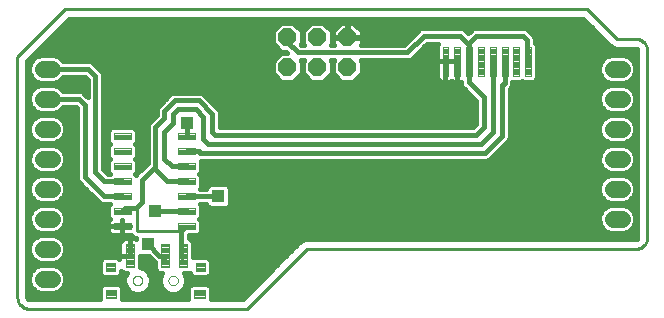
<source format=gtl>
G75*
%MOIN*%
%OFA0B0*%
%FSLAX24Y24*%
%IPPOS*%
%LPD*%
%AMOC8*
5,1,8,0,0,1.08239X$1,22.5*
%
%ADD10C,0.0100*%
%ADD11OC8,0.0610*%
%ADD12C,0.0560*%
%ADD13C,0.0041*%
%ADD14C,0.0041*%
%ADD15C,0.0000*%
%ADD16C,0.0040*%
%ADD17C,0.0160*%
%ADD18R,0.0436X0.0436*%
D10*
X002750Y010275D02*
X010050Y010275D01*
X012050Y012275D01*
X023000Y012275D01*
X023006Y012275D02*
X023045Y012277D01*
X023083Y012283D01*
X023120Y012292D01*
X023157Y012305D01*
X023192Y012322D01*
X023225Y012341D01*
X023256Y012364D01*
X023285Y012390D01*
X023311Y012419D01*
X023334Y012450D01*
X023353Y012483D01*
X023370Y012518D01*
X023383Y012555D01*
X023392Y012592D01*
X023398Y012630D01*
X023400Y012669D01*
X023400Y012675D02*
X023400Y018875D01*
X023400Y018881D02*
X023398Y018920D01*
X023392Y018958D01*
X023383Y018995D01*
X023370Y019032D01*
X023353Y019067D01*
X023334Y019100D01*
X023311Y019131D01*
X023285Y019160D01*
X023256Y019186D01*
X023225Y019209D01*
X023192Y019228D01*
X023157Y019245D01*
X023120Y019258D01*
X023083Y019267D01*
X023045Y019273D01*
X023006Y019275D01*
X022400Y019275D01*
X021400Y020275D01*
X004000Y020275D01*
X002400Y018675D01*
X002400Y010675D01*
X002400Y010669D02*
X002402Y010630D01*
X002408Y010592D01*
X002417Y010555D01*
X002430Y010518D01*
X002447Y010483D01*
X002466Y010450D01*
X002489Y010419D01*
X002515Y010390D01*
X002544Y010364D01*
X002575Y010341D01*
X002608Y010322D01*
X002643Y010305D01*
X002680Y010292D01*
X002717Y010283D01*
X002755Y010277D01*
X002794Y010275D01*
X006383Y012860D02*
X006383Y013546D01*
X006350Y013625D01*
X006383Y012860D02*
X007831Y012860D01*
X007869Y012835D01*
X008022Y012987D01*
X008050Y013025D01*
X008047Y013025D01*
X007915Y012052D02*
X007869Y011857D01*
X016672Y018525D02*
X016683Y018524D01*
X017064Y018524D01*
X017066Y018525D01*
D11*
X013400Y018325D03*
X012400Y018325D03*
X011400Y018325D03*
X011400Y019325D03*
X012400Y019325D03*
X013400Y019325D03*
D12*
X022260Y018275D02*
X022540Y018275D01*
X022540Y017275D02*
X022260Y017275D01*
X022260Y016275D02*
X022540Y016275D01*
X022540Y015275D02*
X022260Y015275D01*
X022260Y014275D02*
X022540Y014275D01*
X022540Y013275D02*
X022260Y013275D01*
X003540Y013275D02*
X003260Y013275D01*
X003260Y012275D02*
X003540Y012275D01*
X003540Y011275D02*
X003260Y011275D01*
X003260Y014275D02*
X003540Y014275D01*
X003540Y015275D02*
X003260Y015275D01*
X003260Y016275D02*
X003540Y016275D01*
X003540Y017275D02*
X003260Y017275D01*
X003260Y018275D02*
X003540Y018275D01*
D13*
X006180Y016125D02*
X006180Y015925D01*
X005620Y015925D01*
X005620Y016125D01*
X006180Y016125D01*
X006180Y015965D02*
X005620Y015965D01*
X005620Y016005D02*
X006180Y016005D01*
X006180Y016045D02*
X005620Y016045D01*
X005620Y016085D02*
X006180Y016085D01*
X006180Y016125D02*
X005620Y016125D01*
X006180Y015625D02*
X006180Y015425D01*
X005620Y015425D01*
X005620Y015625D01*
X006180Y015625D01*
X006180Y015465D02*
X005620Y015465D01*
X005620Y015505D02*
X006180Y015505D01*
X006180Y015545D02*
X005620Y015545D01*
X005620Y015585D02*
X006180Y015585D01*
X006180Y015625D02*
X005620Y015625D01*
X006180Y015125D02*
X006180Y014925D01*
X005620Y014925D01*
X005620Y015125D01*
X006180Y015125D01*
X006180Y014965D02*
X005620Y014965D01*
X005620Y015005D02*
X006180Y015005D01*
X006180Y015045D02*
X005620Y015045D01*
X005620Y015085D02*
X006180Y015085D01*
X006180Y015125D02*
X005620Y015125D01*
X006180Y014625D02*
X006180Y014425D01*
X005620Y014425D01*
X005620Y014625D01*
X006180Y014625D01*
X006180Y014465D02*
X005620Y014465D01*
X005620Y014505D02*
X006180Y014505D01*
X006180Y014545D02*
X005620Y014545D01*
X005620Y014585D02*
X006180Y014585D01*
X006180Y014625D02*
X005620Y014625D01*
X006180Y014125D02*
X006180Y013925D01*
X005620Y013925D01*
X005620Y014125D01*
X006180Y014125D01*
X006180Y013965D02*
X005620Y013965D01*
X005620Y014005D02*
X006180Y014005D01*
X006180Y014045D02*
X005620Y014045D01*
X005620Y014085D02*
X006180Y014085D01*
X006180Y014125D02*
X005620Y014125D01*
X006180Y013625D02*
X006180Y013425D01*
X005620Y013425D01*
X005620Y013625D01*
X006180Y013625D01*
X006180Y013465D02*
X005620Y013465D01*
X005620Y013505D02*
X006180Y013505D01*
X006180Y013545D02*
X005620Y013545D01*
X005620Y013585D02*
X006180Y013585D01*
X006180Y013625D02*
X005620Y013625D01*
X006180Y013125D02*
X006180Y012925D01*
X005620Y012925D01*
X005620Y013125D01*
X006180Y013125D01*
X006180Y012965D02*
X005620Y012965D01*
X005620Y013005D02*
X006180Y013005D01*
X006180Y013045D02*
X005620Y013045D01*
X005620Y013085D02*
X006180Y013085D01*
X006180Y013125D02*
X005620Y013125D01*
X008330Y013125D02*
X008330Y012925D01*
X007770Y012925D01*
X007770Y013125D01*
X008330Y013125D01*
X008330Y012965D02*
X007770Y012965D01*
X007770Y013005D02*
X008330Y013005D01*
X008330Y013045D02*
X007770Y013045D01*
X007770Y013085D02*
X008330Y013085D01*
X008330Y013125D02*
X007770Y013125D01*
X008330Y013425D02*
X008330Y013625D01*
X008330Y013425D02*
X007770Y013425D01*
X007770Y013625D01*
X008330Y013625D01*
X008330Y013465D02*
X007770Y013465D01*
X007770Y013505D02*
X008330Y013505D01*
X008330Y013545D02*
X007770Y013545D01*
X007770Y013585D02*
X008330Y013585D01*
X008330Y013625D02*
X007770Y013625D01*
X008330Y013925D02*
X008330Y014125D01*
X008330Y013925D02*
X007770Y013925D01*
X007770Y014125D01*
X008330Y014125D01*
X008330Y013965D02*
X007770Y013965D01*
X007770Y014005D02*
X008330Y014005D01*
X008330Y014045D02*
X007770Y014045D01*
X007770Y014085D02*
X008330Y014085D01*
X008330Y014125D02*
X007770Y014125D01*
X008330Y014425D02*
X008330Y014625D01*
X008330Y014425D02*
X007770Y014425D01*
X007770Y014625D01*
X008330Y014625D01*
X008330Y014465D02*
X007770Y014465D01*
X007770Y014505D02*
X008330Y014505D01*
X008330Y014545D02*
X007770Y014545D01*
X007770Y014585D02*
X008330Y014585D01*
X008330Y014625D02*
X007770Y014625D01*
X008330Y014925D02*
X008330Y015125D01*
X008330Y014925D02*
X007770Y014925D01*
X007770Y015125D01*
X008330Y015125D01*
X008330Y014965D02*
X007770Y014965D01*
X007770Y015005D02*
X008330Y015005D01*
X008330Y015045D02*
X007770Y015045D01*
X007770Y015085D02*
X008330Y015085D01*
X008330Y015125D02*
X007770Y015125D01*
X008330Y015425D02*
X008330Y015625D01*
X008330Y015425D02*
X007770Y015425D01*
X007770Y015625D01*
X008330Y015625D01*
X008330Y015465D02*
X007770Y015465D01*
X007770Y015505D02*
X008330Y015505D01*
X008330Y015545D02*
X007770Y015545D01*
X007770Y015585D02*
X008330Y015585D01*
X008330Y015625D02*
X007770Y015625D01*
X008330Y015925D02*
X008330Y016125D01*
X008330Y015925D02*
X007770Y015925D01*
X007770Y016125D01*
X008330Y016125D01*
X008330Y015965D02*
X007770Y015965D01*
X007770Y016005D02*
X008330Y016005D01*
X008330Y016045D02*
X007770Y016045D01*
X007770Y016085D02*
X008330Y016085D01*
X008330Y016125D02*
X007770Y016125D01*
D14*
X007778Y012425D02*
X008052Y012425D01*
X008052Y011679D01*
X007778Y011679D01*
X007778Y012425D01*
X007778Y011719D02*
X008052Y011719D01*
X008052Y011759D02*
X007778Y011759D01*
X007778Y011799D02*
X008052Y011799D01*
X008052Y011839D02*
X007778Y011839D01*
X007778Y011879D02*
X008052Y011879D01*
X008052Y011919D02*
X007778Y011919D01*
X007778Y011959D02*
X008052Y011959D01*
X008052Y011999D02*
X007778Y011999D01*
X007778Y012039D02*
X008052Y012039D01*
X008052Y012079D02*
X007778Y012079D01*
X007778Y012119D02*
X008052Y012119D01*
X008052Y012159D02*
X007778Y012159D01*
X007778Y012199D02*
X008052Y012199D01*
X008052Y012239D02*
X007778Y012239D01*
X007778Y012279D02*
X008052Y012279D01*
X008052Y012319D02*
X007778Y012319D01*
X007778Y012359D02*
X008052Y012359D01*
X008052Y012399D02*
X007778Y012399D01*
X007461Y012425D02*
X007187Y012425D01*
X007461Y012425D02*
X007461Y011679D01*
X007187Y011679D01*
X007187Y012425D01*
X007187Y011719D02*
X007461Y011719D01*
X007461Y011759D02*
X007187Y011759D01*
X007187Y011799D02*
X007461Y011799D01*
X007461Y011839D02*
X007187Y011839D01*
X007187Y011879D02*
X007461Y011879D01*
X007461Y011919D02*
X007187Y011919D01*
X007187Y011959D02*
X007461Y011959D01*
X007461Y011999D02*
X007187Y011999D01*
X007187Y012039D02*
X007461Y012039D01*
X007461Y012079D02*
X007187Y012079D01*
X007187Y012119D02*
X007461Y012119D01*
X007461Y012159D02*
X007187Y012159D01*
X007187Y012199D02*
X007461Y012199D01*
X007461Y012239D02*
X007187Y012239D01*
X007187Y012279D02*
X007461Y012279D01*
X007461Y012319D02*
X007187Y012319D01*
X007187Y012359D02*
X007461Y012359D01*
X007461Y012399D02*
X007187Y012399D01*
X006280Y012425D02*
X006006Y012425D01*
X006280Y012425D02*
X006280Y011679D01*
X006006Y011679D01*
X006006Y012425D01*
X006006Y011719D02*
X006280Y011719D01*
X006280Y011759D02*
X006006Y011759D01*
X006006Y011799D02*
X006280Y011799D01*
X006280Y011839D02*
X006006Y011839D01*
X006006Y011879D02*
X006280Y011879D01*
X006280Y011919D02*
X006006Y011919D01*
X006006Y011959D02*
X006280Y011959D01*
X006280Y011999D02*
X006006Y011999D01*
X006006Y012039D02*
X006280Y012039D01*
X006280Y012079D02*
X006006Y012079D01*
X006006Y012119D02*
X006280Y012119D01*
X006280Y012159D02*
X006006Y012159D01*
X006006Y012199D02*
X006280Y012199D01*
X006280Y012239D02*
X006006Y012239D01*
X006006Y012279D02*
X006280Y012279D01*
X006280Y012319D02*
X006006Y012319D01*
X006006Y012359D02*
X006280Y012359D01*
X006280Y012399D02*
X006006Y012399D01*
X005661Y011805D02*
X005347Y011805D01*
X005661Y011805D02*
X005661Y011531D01*
X005347Y011531D01*
X005347Y011805D01*
X005347Y011571D02*
X005661Y011571D01*
X005661Y011611D02*
X005347Y011611D01*
X005347Y011651D02*
X005661Y011651D01*
X005661Y011691D02*
X005347Y011691D01*
X005347Y011731D02*
X005661Y011731D01*
X005661Y011771D02*
X005347Y011771D01*
X005347Y010919D02*
X005701Y010919D01*
X005701Y010645D01*
X005347Y010645D01*
X005347Y010919D01*
X005347Y010685D02*
X005701Y010685D01*
X005701Y010725D02*
X005347Y010725D01*
X005347Y010765D02*
X005701Y010765D01*
X005701Y010805D02*
X005347Y010805D01*
X005347Y010845D02*
X005701Y010845D01*
X005701Y010885D02*
X005347Y010885D01*
X008299Y010919D02*
X008653Y010919D01*
X008653Y010645D01*
X008299Y010645D01*
X008299Y010919D01*
X008299Y010685D02*
X008653Y010685D01*
X008653Y010725D02*
X008299Y010725D01*
X008299Y010765D02*
X008653Y010765D01*
X008653Y010805D02*
X008299Y010805D01*
X008299Y010845D02*
X008653Y010845D01*
X008653Y010885D02*
X008299Y010885D01*
X008339Y011805D02*
X008653Y011805D01*
X008653Y011531D01*
X008339Y011531D01*
X008339Y011805D01*
X008339Y011571D02*
X008653Y011571D01*
X008653Y011611D02*
X008339Y011611D01*
X008339Y011651D02*
X008653Y011651D01*
X008653Y011691D02*
X008339Y011691D01*
X008339Y011731D02*
X008653Y011731D01*
X008653Y011771D02*
X008339Y011771D01*
D15*
X007434Y011225D02*
X007436Y011250D01*
X007442Y011274D01*
X007451Y011296D01*
X007464Y011317D01*
X007480Y011336D01*
X007499Y011352D01*
X007520Y011365D01*
X007542Y011374D01*
X007566Y011380D01*
X007591Y011382D01*
X007616Y011380D01*
X007640Y011374D01*
X007662Y011365D01*
X007683Y011352D01*
X007702Y011336D01*
X007718Y011317D01*
X007731Y011296D01*
X007740Y011274D01*
X007746Y011250D01*
X007748Y011225D01*
X007746Y011200D01*
X007740Y011176D01*
X007731Y011154D01*
X007718Y011133D01*
X007702Y011114D01*
X007683Y011098D01*
X007662Y011085D01*
X007640Y011076D01*
X007616Y011070D01*
X007591Y011068D01*
X007566Y011070D01*
X007542Y011076D01*
X007520Y011085D01*
X007499Y011098D01*
X007480Y011114D01*
X007464Y011133D01*
X007451Y011154D01*
X007442Y011176D01*
X007436Y011200D01*
X007434Y011225D01*
X006252Y011225D02*
X006254Y011250D01*
X006260Y011274D01*
X006269Y011296D01*
X006282Y011317D01*
X006298Y011336D01*
X006317Y011352D01*
X006338Y011365D01*
X006360Y011374D01*
X006384Y011380D01*
X006409Y011382D01*
X006434Y011380D01*
X006458Y011374D01*
X006480Y011365D01*
X006501Y011352D01*
X006520Y011336D01*
X006536Y011317D01*
X006549Y011296D01*
X006558Y011274D01*
X006564Y011250D01*
X006566Y011225D01*
X006564Y011200D01*
X006558Y011176D01*
X006549Y011154D01*
X006536Y011133D01*
X006520Y011114D01*
X006501Y011098D01*
X006480Y011085D01*
X006458Y011076D01*
X006434Y011070D01*
X006409Y011068D01*
X006384Y011070D01*
X006360Y011076D01*
X006338Y011085D01*
X006317Y011098D01*
X006298Y011114D01*
X006282Y011133D01*
X006269Y011154D01*
X006260Y011176D01*
X006254Y011200D01*
X006252Y011225D01*
D16*
X016574Y018997D02*
X016770Y018997D01*
X016770Y018053D01*
X016574Y018053D01*
X016574Y018997D01*
X016574Y018092D02*
X016770Y018092D01*
X016770Y018131D02*
X016574Y018131D01*
X016574Y018170D02*
X016770Y018170D01*
X016770Y018209D02*
X016574Y018209D01*
X016574Y018248D02*
X016770Y018248D01*
X016770Y018287D02*
X016574Y018287D01*
X016574Y018326D02*
X016770Y018326D01*
X016770Y018365D02*
X016574Y018365D01*
X016574Y018404D02*
X016770Y018404D01*
X016770Y018443D02*
X016574Y018443D01*
X016574Y018482D02*
X016770Y018482D01*
X016770Y018521D02*
X016574Y018521D01*
X016574Y018560D02*
X016770Y018560D01*
X016770Y018599D02*
X016574Y018599D01*
X016574Y018638D02*
X016770Y018638D01*
X016770Y018677D02*
X016574Y018677D01*
X016574Y018716D02*
X016770Y018716D01*
X016770Y018755D02*
X016574Y018755D01*
X016574Y018794D02*
X016770Y018794D01*
X016770Y018833D02*
X016574Y018833D01*
X016574Y018872D02*
X016770Y018872D01*
X016770Y018911D02*
X016574Y018911D01*
X016574Y018950D02*
X016770Y018950D01*
X016770Y018989D02*
X016574Y018989D01*
X016968Y018997D02*
X017164Y018997D01*
X017164Y018053D01*
X016968Y018053D01*
X016968Y018997D01*
X016968Y018092D02*
X017164Y018092D01*
X017164Y018131D02*
X016968Y018131D01*
X016968Y018170D02*
X017164Y018170D01*
X017164Y018209D02*
X016968Y018209D01*
X016968Y018248D02*
X017164Y018248D01*
X017164Y018287D02*
X016968Y018287D01*
X016968Y018326D02*
X017164Y018326D01*
X017164Y018365D02*
X016968Y018365D01*
X016968Y018404D02*
X017164Y018404D01*
X017164Y018443D02*
X016968Y018443D01*
X016968Y018482D02*
X017164Y018482D01*
X017164Y018521D02*
X016968Y018521D01*
X016968Y018560D02*
X017164Y018560D01*
X017164Y018599D02*
X016968Y018599D01*
X016968Y018638D02*
X017164Y018638D01*
X017164Y018677D02*
X016968Y018677D01*
X016968Y018716D02*
X017164Y018716D01*
X017164Y018755D02*
X016968Y018755D01*
X016968Y018794D02*
X017164Y018794D01*
X017164Y018833D02*
X016968Y018833D01*
X016968Y018872D02*
X017164Y018872D01*
X017164Y018911D02*
X016968Y018911D01*
X016968Y018950D02*
X017164Y018950D01*
X017164Y018989D02*
X016968Y018989D01*
X017361Y018997D02*
X017557Y018997D01*
X017557Y018053D01*
X017361Y018053D01*
X017361Y018997D01*
X017361Y018092D02*
X017557Y018092D01*
X017557Y018131D02*
X017361Y018131D01*
X017361Y018170D02*
X017557Y018170D01*
X017557Y018209D02*
X017361Y018209D01*
X017361Y018248D02*
X017557Y018248D01*
X017557Y018287D02*
X017361Y018287D01*
X017361Y018326D02*
X017557Y018326D01*
X017557Y018365D02*
X017361Y018365D01*
X017361Y018404D02*
X017557Y018404D01*
X017557Y018443D02*
X017361Y018443D01*
X017361Y018482D02*
X017557Y018482D01*
X017557Y018521D02*
X017361Y018521D01*
X017361Y018560D02*
X017557Y018560D01*
X017557Y018599D02*
X017361Y018599D01*
X017361Y018638D02*
X017557Y018638D01*
X017557Y018677D02*
X017361Y018677D01*
X017361Y018716D02*
X017557Y018716D01*
X017557Y018755D02*
X017361Y018755D01*
X017361Y018794D02*
X017557Y018794D01*
X017557Y018833D02*
X017361Y018833D01*
X017361Y018872D02*
X017557Y018872D01*
X017557Y018911D02*
X017361Y018911D01*
X017361Y018950D02*
X017557Y018950D01*
X017557Y018989D02*
X017361Y018989D01*
X017755Y018997D02*
X017951Y018997D01*
X017951Y018053D01*
X017755Y018053D01*
X017755Y018997D01*
X017755Y018092D02*
X017951Y018092D01*
X017951Y018131D02*
X017755Y018131D01*
X017755Y018170D02*
X017951Y018170D01*
X017951Y018209D02*
X017755Y018209D01*
X017755Y018248D02*
X017951Y018248D01*
X017951Y018287D02*
X017755Y018287D01*
X017755Y018326D02*
X017951Y018326D01*
X017951Y018365D02*
X017755Y018365D01*
X017755Y018404D02*
X017951Y018404D01*
X017951Y018443D02*
X017755Y018443D01*
X017755Y018482D02*
X017951Y018482D01*
X017951Y018521D02*
X017755Y018521D01*
X017755Y018560D02*
X017951Y018560D01*
X017951Y018599D02*
X017755Y018599D01*
X017755Y018638D02*
X017951Y018638D01*
X017951Y018677D02*
X017755Y018677D01*
X017755Y018716D02*
X017951Y018716D01*
X017951Y018755D02*
X017755Y018755D01*
X017755Y018794D02*
X017951Y018794D01*
X017951Y018833D02*
X017755Y018833D01*
X017755Y018872D02*
X017951Y018872D01*
X017951Y018911D02*
X017755Y018911D01*
X017755Y018950D02*
X017951Y018950D01*
X017951Y018989D02*
X017755Y018989D01*
X018149Y018997D02*
X018345Y018997D01*
X018345Y018053D01*
X018149Y018053D01*
X018149Y018997D01*
X018149Y018092D02*
X018345Y018092D01*
X018345Y018131D02*
X018149Y018131D01*
X018149Y018170D02*
X018345Y018170D01*
X018345Y018209D02*
X018149Y018209D01*
X018149Y018248D02*
X018345Y018248D01*
X018345Y018287D02*
X018149Y018287D01*
X018149Y018326D02*
X018345Y018326D01*
X018345Y018365D02*
X018149Y018365D01*
X018149Y018404D02*
X018345Y018404D01*
X018345Y018443D02*
X018149Y018443D01*
X018149Y018482D02*
X018345Y018482D01*
X018345Y018521D02*
X018149Y018521D01*
X018149Y018560D02*
X018345Y018560D01*
X018345Y018599D02*
X018149Y018599D01*
X018149Y018638D02*
X018345Y018638D01*
X018345Y018677D02*
X018149Y018677D01*
X018149Y018716D02*
X018345Y018716D01*
X018345Y018755D02*
X018149Y018755D01*
X018149Y018794D02*
X018345Y018794D01*
X018345Y018833D02*
X018149Y018833D01*
X018149Y018872D02*
X018345Y018872D01*
X018345Y018911D02*
X018149Y018911D01*
X018149Y018950D02*
X018345Y018950D01*
X018345Y018989D02*
X018149Y018989D01*
X018543Y018997D02*
X018739Y018997D01*
X018739Y018053D01*
X018543Y018053D01*
X018543Y018997D01*
X018543Y018092D02*
X018739Y018092D01*
X018739Y018131D02*
X018543Y018131D01*
X018543Y018170D02*
X018739Y018170D01*
X018739Y018209D02*
X018543Y018209D01*
X018543Y018248D02*
X018739Y018248D01*
X018739Y018287D02*
X018543Y018287D01*
X018543Y018326D02*
X018739Y018326D01*
X018739Y018365D02*
X018543Y018365D01*
X018543Y018404D02*
X018739Y018404D01*
X018739Y018443D02*
X018543Y018443D01*
X018543Y018482D02*
X018739Y018482D01*
X018739Y018521D02*
X018543Y018521D01*
X018543Y018560D02*
X018739Y018560D01*
X018739Y018599D02*
X018543Y018599D01*
X018543Y018638D02*
X018739Y018638D01*
X018739Y018677D02*
X018543Y018677D01*
X018543Y018716D02*
X018739Y018716D01*
X018739Y018755D02*
X018543Y018755D01*
X018543Y018794D02*
X018739Y018794D01*
X018739Y018833D02*
X018543Y018833D01*
X018543Y018872D02*
X018739Y018872D01*
X018739Y018911D02*
X018543Y018911D01*
X018543Y018950D02*
X018739Y018950D01*
X018739Y018989D02*
X018543Y018989D01*
X018936Y018997D02*
X019132Y018997D01*
X019132Y018053D01*
X018936Y018053D01*
X018936Y018997D01*
X018936Y018092D02*
X019132Y018092D01*
X019132Y018131D02*
X018936Y018131D01*
X018936Y018170D02*
X019132Y018170D01*
X019132Y018209D02*
X018936Y018209D01*
X018936Y018248D02*
X019132Y018248D01*
X019132Y018287D02*
X018936Y018287D01*
X018936Y018326D02*
X019132Y018326D01*
X019132Y018365D02*
X018936Y018365D01*
X018936Y018404D02*
X019132Y018404D01*
X019132Y018443D02*
X018936Y018443D01*
X018936Y018482D02*
X019132Y018482D01*
X019132Y018521D02*
X018936Y018521D01*
X018936Y018560D02*
X019132Y018560D01*
X019132Y018599D02*
X018936Y018599D01*
X018936Y018638D02*
X019132Y018638D01*
X019132Y018677D02*
X018936Y018677D01*
X018936Y018716D02*
X019132Y018716D01*
X019132Y018755D02*
X018936Y018755D01*
X018936Y018794D02*
X019132Y018794D01*
X019132Y018833D02*
X018936Y018833D01*
X018936Y018872D02*
X019132Y018872D01*
X019132Y018911D02*
X018936Y018911D01*
X018936Y018950D02*
X019132Y018950D01*
X019132Y018989D02*
X018936Y018989D01*
X019330Y018997D02*
X019526Y018997D01*
X019526Y018053D01*
X019330Y018053D01*
X019330Y018997D01*
X019330Y018092D02*
X019526Y018092D01*
X019526Y018131D02*
X019330Y018131D01*
X019330Y018170D02*
X019526Y018170D01*
X019526Y018209D02*
X019330Y018209D01*
X019330Y018248D02*
X019526Y018248D01*
X019526Y018287D02*
X019330Y018287D01*
X019330Y018326D02*
X019526Y018326D01*
X019526Y018365D02*
X019330Y018365D01*
X019330Y018404D02*
X019526Y018404D01*
X019526Y018443D02*
X019330Y018443D01*
X019330Y018482D02*
X019526Y018482D01*
X019526Y018521D02*
X019330Y018521D01*
X019330Y018560D02*
X019526Y018560D01*
X019526Y018599D02*
X019330Y018599D01*
X019330Y018638D02*
X019526Y018638D01*
X019526Y018677D02*
X019330Y018677D01*
X019330Y018716D02*
X019526Y018716D01*
X019526Y018755D02*
X019330Y018755D01*
X019330Y018794D02*
X019526Y018794D01*
X019526Y018833D02*
X019330Y018833D01*
X019330Y018872D02*
X019526Y018872D01*
X019526Y018911D02*
X019330Y018911D01*
X019330Y018950D02*
X019526Y018950D01*
X019526Y018989D02*
X019330Y018989D01*
D17*
X019400Y019225D02*
X019400Y018553D01*
X019428Y018525D01*
X019726Y018553D02*
X021887Y018553D01*
X021870Y018536D02*
X021800Y018366D01*
X021800Y018183D01*
X021870Y018014D01*
X021999Y017885D01*
X022168Y017815D01*
X022631Y017815D01*
X022801Y017885D01*
X022930Y018014D01*
X023000Y018183D01*
X023000Y018366D01*
X022930Y018536D01*
X022801Y018665D01*
X022631Y018735D01*
X022168Y018735D01*
X021999Y018665D01*
X021870Y018536D01*
X021811Y018394D02*
X019726Y018394D01*
X019726Y018236D02*
X021800Y018236D01*
X021844Y018077D02*
X019726Y018077D01*
X019726Y017970D02*
X019609Y017853D01*
X019247Y017853D01*
X019231Y017869D01*
X019215Y017853D01*
X018901Y017853D01*
X018901Y017764D01*
X018861Y017668D01*
X018810Y017617D01*
X018810Y015973D01*
X018770Y015878D01*
X018220Y015328D01*
X018147Y015255D01*
X018052Y015215D01*
X008523Y015215D01*
X008530Y015208D01*
X008530Y014842D01*
X008463Y014775D01*
X008530Y014708D01*
X008530Y014342D01*
X008473Y014285D01*
X008702Y014285D01*
X008702Y014318D01*
X008807Y014423D01*
X009393Y014423D01*
X009498Y014318D01*
X009498Y013732D01*
X009393Y013627D01*
X008807Y013627D01*
X008702Y013732D01*
X008702Y013765D01*
X008473Y013765D01*
X008530Y013708D01*
X008530Y013342D01*
X008463Y013275D01*
X008530Y013208D01*
X008530Y012842D01*
X008413Y012725D01*
X008129Y012725D01*
X008129Y012625D01*
X008135Y012625D01*
X008252Y012508D01*
X008252Y012001D01*
X008256Y012005D01*
X008736Y012005D01*
X008853Y011888D01*
X008853Y011448D01*
X008736Y011330D01*
X008256Y011330D01*
X008139Y011448D01*
X008139Y011482D01*
X008135Y011478D01*
X007956Y011478D01*
X007961Y011473D01*
X008028Y011312D01*
X008028Y011138D01*
X007961Y010977D01*
X007838Y010854D01*
X007678Y010788D01*
X007504Y010788D01*
X007343Y010854D01*
X007220Y010977D01*
X007153Y011138D01*
X007153Y011312D01*
X007220Y011473D01*
X007225Y011478D01*
X007104Y011478D01*
X006987Y011596D01*
X006987Y011827D01*
X006976Y011831D01*
X006780Y012027D01*
X006480Y012027D01*
X006480Y011662D01*
X006496Y011662D01*
X006657Y011596D01*
X006780Y011473D01*
X006847Y011312D01*
X006847Y011138D01*
X006780Y010977D01*
X006657Y010854D01*
X006496Y010788D01*
X006322Y010788D01*
X006162Y010854D01*
X006039Y010977D01*
X005972Y011138D01*
X005972Y011312D01*
X006039Y011473D01*
X006044Y011478D01*
X005980Y011478D01*
X005929Y011492D01*
X005883Y011518D01*
X005861Y011540D01*
X005861Y011448D01*
X005744Y011330D01*
X005264Y011330D01*
X005147Y011448D01*
X005147Y011888D01*
X005264Y012005D01*
X005744Y012005D01*
X005805Y011944D01*
X005805Y012052D01*
X006143Y012052D01*
X006143Y012052D01*
X006143Y012625D01*
X006306Y012625D01*
X006352Y012613D01*
X006352Y012630D01*
X006288Y012630D01*
X006193Y012725D01*
X005900Y012725D01*
X005900Y013025D01*
X006153Y013025D01*
X005900Y013025D01*
X005900Y013025D01*
X005900Y013225D01*
X005900Y013225D01*
X005900Y013025D01*
X005900Y013025D01*
X005900Y013025D01*
X005900Y013025D01*
X005420Y013025D01*
X005420Y013151D01*
X005434Y013202D01*
X005460Y013248D01*
X005487Y013275D01*
X005420Y013342D01*
X005420Y013708D01*
X005477Y013765D01*
X005248Y013765D01*
X005153Y013805D01*
X004503Y014455D01*
X004430Y014528D01*
X004390Y014623D01*
X004390Y016967D01*
X004342Y017015D01*
X003930Y017015D01*
X003930Y017014D01*
X003801Y016885D01*
X003631Y016815D01*
X003168Y016815D01*
X002999Y016885D01*
X002870Y017014D01*
X002800Y017183D01*
X002800Y017366D01*
X002870Y017536D01*
X002999Y017665D01*
X003168Y017735D01*
X003631Y017735D01*
X003801Y017665D01*
X003930Y017536D01*
X003930Y017535D01*
X004502Y017535D01*
X004597Y017495D01*
X004670Y017422D01*
X004740Y017353D01*
X004740Y017917D01*
X004642Y018015D01*
X003930Y018015D01*
X003930Y018014D01*
X003801Y017885D01*
X003631Y017815D01*
X003168Y017815D01*
X002999Y017885D01*
X002870Y018014D01*
X002800Y018183D01*
X002800Y018366D01*
X002870Y018536D01*
X002999Y018665D01*
X003168Y018735D01*
X003631Y018735D01*
X003801Y018665D01*
X003930Y018536D01*
X003930Y018535D01*
X004802Y018535D01*
X004897Y018495D01*
X005147Y018245D01*
X005220Y018172D01*
X005260Y018077D01*
X010962Y018077D01*
X010915Y018124D02*
X011199Y017840D01*
X011601Y017840D01*
X011885Y018124D01*
X011885Y018526D01*
X011846Y018565D01*
X011954Y018565D01*
X011915Y018526D01*
X011915Y018124D01*
X012199Y017840D01*
X012601Y017840D01*
X012885Y018124D01*
X012885Y018526D01*
X012846Y018565D01*
X012954Y018565D01*
X012915Y018526D01*
X012915Y018124D01*
X013199Y017840D01*
X013601Y017840D01*
X013885Y018124D01*
X013885Y018526D01*
X013846Y018565D01*
X015452Y018565D01*
X015547Y018605D01*
X016058Y019115D01*
X016411Y019115D01*
X016388Y019074D01*
X016374Y019023D01*
X016374Y018525D01*
X016374Y018027D01*
X016388Y017976D01*
X016414Y017930D01*
X016451Y017893D01*
X016497Y017867D01*
X016548Y017853D01*
X016672Y017853D01*
X016672Y018525D01*
X016374Y018525D01*
X016672Y018525D01*
X016672Y018525D01*
X016672Y018525D01*
X016672Y017853D01*
X016796Y017853D01*
X016847Y017867D01*
X016869Y017879D01*
X016890Y017867D01*
X016941Y017853D01*
X017066Y017853D01*
X017190Y017853D01*
X017190Y017773D01*
X017230Y017678D01*
X017303Y017605D01*
X017690Y017217D01*
X017690Y016433D01*
X017592Y016335D01*
X009160Y016335D01*
X009160Y016827D01*
X009120Y016922D01*
X008597Y017445D01*
X008502Y017485D01*
X007598Y017485D01*
X007503Y017445D01*
X007430Y017372D01*
X007080Y017022D01*
X007040Y016927D01*
X007040Y016733D01*
X006853Y016545D01*
X006780Y016472D01*
X006740Y016377D01*
X006740Y015133D01*
X006730Y015122D01*
X006403Y014795D01*
X006347Y014740D01*
X006313Y014775D01*
X006380Y014842D01*
X006380Y015208D01*
X006313Y015275D01*
X006380Y015342D01*
X006380Y015708D01*
X006313Y015775D01*
X006380Y015842D01*
X006380Y016208D01*
X006263Y016325D01*
X005537Y016325D01*
X005420Y016208D01*
X005420Y015842D01*
X005487Y015775D01*
X005420Y015708D01*
X005420Y015342D01*
X005487Y015275D01*
X005420Y015208D01*
X005420Y014842D01*
X005477Y014785D01*
X005408Y014785D01*
X005260Y014933D01*
X005260Y018077D01*
X005260Y017919D02*
X011120Y017919D01*
X010915Y018124D02*
X010915Y018526D01*
X011199Y018810D01*
X011397Y018810D01*
X011367Y018840D01*
X011199Y018840D01*
X010915Y019124D01*
X010915Y019526D01*
X011199Y019810D01*
X011601Y019810D01*
X011885Y019526D01*
X011885Y019124D01*
X011852Y019091D01*
X011858Y019085D01*
X011954Y019085D01*
X011915Y019124D01*
X011915Y019526D01*
X012199Y019810D01*
X012601Y019810D01*
X012885Y019526D01*
X012885Y019124D01*
X012846Y019085D01*
X012954Y019085D01*
X012915Y019124D01*
X012915Y019311D01*
X013386Y019311D01*
X013386Y019339D01*
X013386Y019810D01*
X013199Y019810D01*
X012915Y019526D01*
X012915Y019339D01*
X013386Y019339D01*
X013414Y019339D01*
X013414Y019810D01*
X013601Y019810D01*
X013885Y019526D01*
X013885Y019339D01*
X013414Y019339D01*
X013414Y019311D01*
X013885Y019311D01*
X013885Y019124D01*
X013846Y019085D01*
X015292Y019085D01*
X015730Y019522D01*
X015803Y019595D01*
X015898Y019635D01*
X017202Y019635D01*
X017297Y019595D01*
X017425Y019468D01*
X017480Y019522D01*
X017553Y019595D01*
X017648Y019635D01*
X019302Y019635D01*
X019397Y019595D01*
X019547Y019445D01*
X019620Y019372D01*
X019660Y019277D01*
X019660Y019146D01*
X019726Y019080D01*
X019726Y017970D01*
X019675Y017919D02*
X021966Y017919D01*
X021999Y017665D02*
X021870Y017536D01*
X021800Y017366D01*
X021800Y017183D01*
X021870Y017014D01*
X021999Y016885D01*
X022168Y016815D01*
X022631Y016815D01*
X022801Y016885D01*
X022930Y017014D01*
X023000Y017183D01*
X023000Y017366D01*
X022930Y017536D01*
X022801Y017665D01*
X022631Y017735D01*
X022168Y017735D01*
X021999Y017665D01*
X021936Y017602D02*
X018810Y017602D01*
X018810Y017443D02*
X021832Y017443D01*
X021800Y017285D02*
X018810Y017285D01*
X018810Y017126D02*
X021824Y017126D01*
X021917Y016968D02*
X018810Y016968D01*
X018810Y016809D02*
X023070Y016809D01*
X023070Y016651D02*
X022815Y016651D01*
X022801Y016665D02*
X022631Y016735D01*
X022168Y016735D01*
X021999Y016665D01*
X021870Y016536D01*
X021800Y016366D01*
X021800Y016183D01*
X021870Y016014D01*
X021999Y015885D01*
X022168Y015815D01*
X022631Y015815D01*
X022801Y015885D01*
X022930Y016014D01*
X023000Y016183D01*
X023000Y016366D01*
X022930Y016536D01*
X022801Y016665D01*
X022948Y016492D02*
X023070Y016492D01*
X023070Y016334D02*
X023000Y016334D01*
X022996Y016175D02*
X023070Y016175D01*
X023070Y016017D02*
X022931Y016017D01*
X023070Y015858D02*
X022735Y015858D01*
X022717Y015700D02*
X023070Y015700D01*
X023070Y015541D02*
X022925Y015541D01*
X022930Y015536D02*
X022801Y015665D01*
X022631Y015735D01*
X022168Y015735D01*
X021999Y015665D01*
X021870Y015536D01*
X021800Y015366D01*
X021800Y015183D01*
X021870Y015014D01*
X021999Y014885D01*
X022168Y014815D01*
X022631Y014815D01*
X022801Y014885D01*
X022930Y015014D01*
X023000Y015183D01*
X023000Y015366D01*
X022930Y015536D01*
X022993Y015383D02*
X023070Y015383D01*
X023070Y015224D02*
X023000Y015224D01*
X022951Y015066D02*
X023070Y015066D01*
X023070Y014907D02*
X022823Y014907D01*
X022801Y014665D02*
X022631Y014735D01*
X022168Y014735D01*
X021999Y014665D01*
X021870Y014536D01*
X021800Y014366D01*
X021800Y014183D01*
X021870Y014014D01*
X021999Y013885D01*
X022168Y013815D01*
X022631Y013815D01*
X022801Y013885D01*
X022930Y014014D01*
X023000Y014183D01*
X023000Y014366D01*
X022930Y014536D01*
X022801Y014665D01*
X022876Y014590D02*
X023070Y014590D01*
X023070Y014432D02*
X022973Y014432D01*
X023000Y014273D02*
X023070Y014273D01*
X023070Y014115D02*
X022971Y014115D01*
X022872Y013956D02*
X023070Y013956D01*
X023070Y013798D02*
X009498Y013798D01*
X009498Y013956D02*
X021928Y013956D01*
X021829Y014115D02*
X009498Y014115D01*
X009498Y014273D02*
X021800Y014273D01*
X021827Y014432D02*
X008530Y014432D01*
X008530Y014590D02*
X021924Y014590D01*
X021977Y014907D02*
X008530Y014907D01*
X008530Y015066D02*
X021849Y015066D01*
X021800Y015224D02*
X018074Y015224D01*
X018275Y015383D02*
X021807Y015383D01*
X021875Y015541D02*
X018434Y015541D01*
X018592Y015700D02*
X022083Y015700D01*
X022065Y015858D02*
X018751Y015858D01*
X018810Y016017D02*
X021869Y016017D01*
X021804Y016175D02*
X018810Y016175D01*
X018810Y016334D02*
X021800Y016334D01*
X021852Y016492D02*
X018810Y016492D01*
X018810Y016651D02*
X021985Y016651D01*
X022883Y016968D02*
X023070Y016968D01*
X023070Y017126D02*
X022976Y017126D01*
X023000Y017285D02*
X023070Y017285D01*
X023070Y017443D02*
X022968Y017443D01*
X023070Y017602D02*
X022864Y017602D01*
X023070Y017760D02*
X018899Y017760D01*
X018641Y017816D02*
X018550Y017725D01*
X018550Y016025D01*
X018000Y015475D01*
X008500Y015475D01*
X008450Y015525D01*
X008050Y015525D01*
X008050Y015025D02*
X007550Y015025D01*
X007300Y015275D01*
X007300Y016175D01*
X007600Y016475D01*
X007600Y016775D01*
X007750Y016925D01*
X008350Y016925D01*
X008600Y016675D01*
X008600Y015925D01*
X008750Y015775D01*
X017850Y015775D01*
X018250Y016175D01*
X018250Y018522D01*
X018247Y018525D01*
X018641Y018525D02*
X018641Y017816D01*
X017950Y017325D02*
X017950Y016325D01*
X017700Y016075D01*
X009000Y016075D01*
X008900Y016175D01*
X008900Y016775D01*
X008450Y017225D01*
X007650Y017225D01*
X007300Y016875D01*
X007300Y016625D01*
X007000Y016325D01*
X007000Y014975D01*
X006950Y014975D01*
X006550Y014575D01*
X006550Y013825D01*
X006350Y013625D01*
X006000Y013625D01*
X005900Y013525D01*
X005440Y013322D02*
X004000Y013322D01*
X004000Y013366D02*
X003930Y013536D01*
X003801Y013665D01*
X003631Y013735D01*
X003168Y013735D01*
X002999Y013665D01*
X002870Y013536D01*
X002800Y013366D01*
X002800Y013183D01*
X002870Y013014D01*
X002999Y012885D01*
X003168Y012815D01*
X003631Y012815D01*
X003801Y012885D01*
X003930Y013014D01*
X004000Y013183D01*
X004000Y013366D01*
X003953Y013481D02*
X005420Y013481D01*
X005420Y013639D02*
X003827Y013639D01*
X003801Y013885D02*
X003930Y014014D01*
X004000Y014183D01*
X004000Y014366D01*
X003930Y014536D01*
X003801Y014665D01*
X003631Y014735D01*
X003168Y014735D01*
X002999Y014665D01*
X002870Y014536D01*
X002800Y014366D01*
X002800Y014183D01*
X002870Y014014D01*
X002999Y013885D01*
X003168Y013815D01*
X003631Y013815D01*
X003801Y013885D01*
X003872Y013956D02*
X005001Y013956D01*
X004843Y014115D02*
X003971Y014115D01*
X004000Y014273D02*
X004684Y014273D01*
X004526Y014432D02*
X003973Y014432D01*
X003876Y014590D02*
X004404Y014590D01*
X004390Y014749D02*
X002730Y014749D01*
X002730Y014907D02*
X002977Y014907D01*
X002999Y014885D02*
X003168Y014815D01*
X003631Y014815D01*
X003801Y014885D01*
X003930Y015014D01*
X004000Y015183D01*
X004000Y015366D01*
X003930Y015536D01*
X003801Y015665D01*
X003631Y015735D01*
X003168Y015735D01*
X002999Y015665D01*
X002870Y015536D01*
X002800Y015366D01*
X002800Y015183D01*
X002870Y015014D01*
X002999Y014885D01*
X002849Y015066D02*
X002730Y015066D01*
X002730Y015224D02*
X002800Y015224D01*
X002807Y015383D02*
X002730Y015383D01*
X002730Y015541D02*
X002875Y015541D01*
X002730Y015700D02*
X003083Y015700D01*
X003168Y015815D02*
X002999Y015885D01*
X002870Y016014D01*
X002800Y016183D01*
X002800Y016366D01*
X002870Y016536D01*
X002999Y016665D01*
X003168Y016735D01*
X003631Y016735D01*
X003801Y016665D01*
X003930Y016536D01*
X004000Y016366D01*
X004000Y016183D01*
X003930Y016014D01*
X003801Y015885D01*
X003631Y015815D01*
X003168Y015815D01*
X003065Y015858D02*
X002730Y015858D01*
X002730Y016017D02*
X002869Y016017D01*
X002804Y016175D02*
X002730Y016175D01*
X002730Y016334D02*
X002800Y016334D01*
X002852Y016492D02*
X002730Y016492D01*
X002730Y016651D02*
X002985Y016651D01*
X002730Y016809D02*
X004390Y016809D01*
X004390Y016651D02*
X003815Y016651D01*
X003948Y016492D02*
X004390Y016492D01*
X004390Y016334D02*
X004000Y016334D01*
X003996Y016175D02*
X004390Y016175D01*
X004390Y016017D02*
X003931Y016017D01*
X003735Y015858D02*
X004390Y015858D01*
X004390Y015700D02*
X003717Y015700D01*
X003925Y015541D02*
X004390Y015541D01*
X004390Y015383D02*
X003993Y015383D01*
X004000Y015224D02*
X004390Y015224D01*
X004390Y015066D02*
X003951Y015066D01*
X003823Y014907D02*
X004390Y014907D01*
X004650Y014675D02*
X004650Y017075D01*
X004450Y017275D01*
X003400Y017275D01*
X003864Y017602D02*
X004740Y017602D01*
X004740Y017760D02*
X002730Y017760D01*
X002730Y017602D02*
X002936Y017602D01*
X002832Y017443D02*
X002730Y017443D01*
X002730Y017285D02*
X002800Y017285D01*
X002824Y017126D02*
X002730Y017126D01*
X002730Y016968D02*
X002917Y016968D01*
X003883Y016968D02*
X004390Y016968D01*
X004650Y017443D02*
X004740Y017443D01*
X004739Y017919D02*
X003834Y017919D01*
X003400Y018275D02*
X004750Y018275D01*
X005000Y018025D01*
X005000Y014825D01*
X005300Y014525D01*
X005900Y014525D01*
X006339Y014749D02*
X006356Y014749D01*
X006380Y014907D02*
X006514Y014907D01*
X006380Y015066D02*
X006673Y015066D01*
X006730Y015122D02*
X006730Y015122D01*
X006740Y015224D02*
X006364Y015224D01*
X006380Y015383D02*
X006740Y015383D01*
X006740Y015541D02*
X006380Y015541D01*
X006380Y015700D02*
X006740Y015700D01*
X006740Y015858D02*
X006380Y015858D01*
X006380Y016017D02*
X006740Y016017D01*
X006740Y016175D02*
X006380Y016175D01*
X006740Y016334D02*
X005260Y016334D01*
X005260Y016492D02*
X006799Y016492D01*
X006853Y016545D02*
X006853Y016545D01*
X006958Y016651D02*
X005260Y016651D01*
X005260Y016809D02*
X007040Y016809D01*
X007057Y016968D02*
X005260Y016968D01*
X005260Y017126D02*
X007183Y017126D01*
X007342Y017285D02*
X005260Y017285D01*
X005260Y017443D02*
X007500Y017443D01*
X008600Y017443D02*
X017464Y017443D01*
X017306Y017602D02*
X005260Y017602D01*
X005260Y017760D02*
X017195Y017760D01*
X017066Y017853D02*
X017066Y018525D01*
X017066Y018525D01*
X017066Y017853D01*
X017066Y017919D02*
X017066Y017919D01*
X017066Y018077D02*
X017066Y018077D01*
X017066Y018236D02*
X017066Y018236D01*
X017066Y018394D02*
X017066Y018394D01*
X017066Y018525D02*
X016672Y018525D01*
X016970Y018525D01*
X017066Y018525D01*
X017066Y018525D01*
X016672Y018525D02*
X016672Y018525D01*
X016672Y018394D02*
X016672Y018394D01*
X016672Y018236D02*
X016672Y018236D01*
X016672Y018077D02*
X016672Y018077D01*
X016672Y017919D02*
X016672Y017919D01*
X016425Y017919D02*
X013680Y017919D01*
X013838Y018077D02*
X016374Y018077D01*
X016374Y018236D02*
X013885Y018236D01*
X013885Y018394D02*
X016374Y018394D01*
X016374Y018553D02*
X013859Y018553D01*
X013885Y019187D02*
X015394Y019187D01*
X015552Y019345D02*
X013885Y019345D01*
X013885Y019504D02*
X015711Y019504D01*
X015950Y019375D02*
X017150Y019375D01*
X017450Y019075D01*
X017450Y018534D01*
X017459Y018525D01*
X017450Y018516D01*
X017450Y017825D01*
X017950Y017325D01*
X017690Y017126D02*
X008917Y017126D01*
X009075Y016968D02*
X017690Y016968D01*
X017690Y016809D02*
X009160Y016809D01*
X009160Y016651D02*
X017690Y016651D01*
X017690Y016492D02*
X009160Y016492D01*
X008758Y017285D02*
X017623Y017285D01*
X017459Y018525D02*
X017459Y019134D01*
X017700Y019375D01*
X019250Y019375D01*
X019400Y019225D01*
X019632Y019345D02*
X021863Y019345D01*
X021705Y019504D02*
X019489Y019504D01*
X019660Y019187D02*
X022022Y019187D01*
X022120Y019088D02*
X022120Y019088D01*
X022213Y018995D01*
X022334Y018945D01*
X023006Y018945D01*
X023019Y018944D01*
X023042Y018934D01*
X023059Y018917D01*
X023069Y018894D01*
X023070Y018881D01*
X023070Y012669D01*
X023069Y012656D01*
X023059Y012633D01*
X023042Y012616D01*
X023019Y012606D01*
X023006Y012605D01*
X011984Y012605D01*
X011863Y012555D01*
X011770Y012462D01*
X009913Y010605D01*
X008853Y010605D01*
X008853Y011002D01*
X008736Y011120D01*
X008217Y011120D01*
X008100Y011002D01*
X008100Y010605D01*
X005900Y010605D01*
X005900Y011002D01*
X005783Y011120D01*
X005264Y011120D01*
X005147Y011002D01*
X005147Y010605D01*
X002794Y010605D01*
X002781Y010606D01*
X002758Y010616D01*
X002741Y010633D01*
X002731Y010656D01*
X002730Y010669D01*
X002730Y018538D01*
X004137Y019945D01*
X021263Y019945D01*
X022120Y019088D01*
X022180Y019028D02*
X019726Y019028D01*
X019726Y018870D02*
X023070Y018870D01*
X023070Y018711D02*
X022689Y018711D01*
X022913Y018553D02*
X023070Y018553D01*
X023070Y018394D02*
X022989Y018394D01*
X023000Y018236D02*
X023070Y018236D01*
X023070Y018077D02*
X022956Y018077D01*
X023070Y017919D02*
X022834Y017919D01*
X022111Y018711D02*
X019726Y018711D01*
X021388Y019821D02*
X004012Y019821D01*
X003854Y019662D02*
X011051Y019662D01*
X010915Y019504D02*
X003695Y019504D01*
X003537Y019345D02*
X010915Y019345D01*
X010915Y019187D02*
X003378Y019187D01*
X003220Y019028D02*
X011011Y019028D01*
X011169Y018870D02*
X003061Y018870D01*
X003111Y018711D02*
X002903Y018711D01*
X002887Y018553D02*
X002744Y018553D01*
X002730Y018394D02*
X002811Y018394D01*
X002800Y018236D02*
X002730Y018236D01*
X002730Y018077D02*
X002844Y018077D01*
X002730Y017919D02*
X002966Y017919D01*
X003689Y018711D02*
X011100Y018711D01*
X010941Y018553D02*
X003913Y018553D01*
X004999Y018394D02*
X010915Y018394D01*
X010915Y018236D02*
X005157Y018236D01*
X005260Y016175D02*
X005420Y016175D01*
X005420Y016017D02*
X005260Y016017D01*
X005260Y015858D02*
X005420Y015858D01*
X005420Y015700D02*
X005260Y015700D01*
X005260Y015541D02*
X005420Y015541D01*
X005420Y015383D02*
X005260Y015383D01*
X005260Y015224D02*
X005436Y015224D01*
X005420Y015066D02*
X005260Y015066D01*
X005286Y014907D02*
X005420Y014907D01*
X004650Y014675D02*
X005300Y014025D01*
X005900Y014025D01*
X005170Y013798D02*
X002730Y013798D01*
X002730Y013956D02*
X002928Y013956D01*
X002829Y014115D02*
X002730Y014115D01*
X002730Y014273D02*
X002800Y014273D01*
X002827Y014432D02*
X002730Y014432D01*
X002730Y014590D02*
X002924Y014590D01*
X002973Y013639D02*
X002730Y013639D01*
X002730Y013481D02*
X002847Y013481D01*
X002800Y013322D02*
X002730Y013322D01*
X002730Y013164D02*
X002808Y013164D01*
X002879Y013005D02*
X002730Y013005D01*
X002730Y012847D02*
X003092Y012847D01*
X003168Y012735D02*
X002999Y012665D01*
X002870Y012536D01*
X002800Y012366D01*
X002800Y012183D01*
X002870Y012014D01*
X002999Y011885D01*
X003168Y011815D01*
X003631Y011815D01*
X003801Y011885D01*
X003930Y012014D01*
X004000Y012183D01*
X004000Y012366D01*
X003930Y012536D01*
X003801Y012665D01*
X003631Y012735D01*
X003168Y012735D01*
X003055Y012688D02*
X002730Y012688D01*
X002730Y012530D02*
X002868Y012530D01*
X002802Y012371D02*
X002730Y012371D01*
X002730Y012213D02*
X002800Y012213D01*
X002854Y012054D02*
X002730Y012054D01*
X002730Y011896D02*
X002989Y011896D01*
X002999Y011665D02*
X002870Y011536D01*
X002800Y011366D01*
X002800Y011183D01*
X002870Y011014D01*
X002999Y010885D01*
X003168Y010815D01*
X003631Y010815D01*
X003801Y010885D01*
X003930Y011014D01*
X004000Y011183D01*
X004000Y011366D01*
X003930Y011536D01*
X003801Y011665D01*
X003631Y011735D01*
X003168Y011735D01*
X002999Y011665D01*
X002913Y011579D02*
X002730Y011579D01*
X002730Y011737D02*
X005147Y011737D01*
X005147Y011579D02*
X003887Y011579D01*
X003978Y011420D02*
X005175Y011420D01*
X005248Y011103D02*
X003967Y011103D01*
X004000Y011262D02*
X005972Y011262D01*
X005986Y011103D02*
X005800Y011103D01*
X005900Y010945D02*
X006071Y010945D01*
X005900Y010786D02*
X008100Y010786D01*
X008100Y010628D02*
X005900Y010628D01*
X005147Y010628D02*
X002747Y010628D01*
X002730Y010786D02*
X005147Y010786D01*
X005147Y010945D02*
X003860Y010945D01*
X002940Y010945D02*
X002730Y010945D01*
X002730Y011103D02*
X002833Y011103D01*
X002800Y011262D02*
X002730Y011262D01*
X002730Y011420D02*
X002822Y011420D01*
X003811Y011896D02*
X005154Y011896D01*
X005805Y012052D02*
X006143Y012052D01*
X006143Y012625D01*
X005980Y012625D01*
X005929Y012612D01*
X005883Y012585D01*
X005845Y012548D01*
X005819Y012502D01*
X005805Y012451D01*
X005805Y012052D01*
X005805Y012054D02*
X003946Y012054D01*
X004000Y012213D02*
X005805Y012213D01*
X005805Y012371D02*
X003998Y012371D01*
X003932Y012530D02*
X005835Y012530D01*
X005900Y012725D02*
X005594Y012725D01*
X005543Y012739D01*
X005497Y012765D01*
X005460Y012802D01*
X005434Y012848D01*
X005420Y012899D01*
X005420Y013025D01*
X005900Y013025D01*
X005900Y012725D01*
X005900Y012847D02*
X005900Y012847D01*
X005900Y013005D02*
X005900Y013005D01*
X005900Y013164D02*
X005900Y013164D01*
X006153Y013025D02*
X006153Y013025D01*
X006230Y012688D02*
X003745Y012688D01*
X003708Y012847D02*
X005435Y012847D01*
X005420Y013005D02*
X003921Y013005D01*
X003992Y013164D02*
X005423Y013164D01*
X006143Y012530D02*
X006143Y012530D01*
X006143Y012371D02*
X006143Y012371D01*
X006143Y012213D02*
X006143Y012213D01*
X006143Y012054D02*
X006143Y012054D01*
X006143Y012052D02*
X006143Y012052D01*
X006480Y011896D02*
X006912Y011896D01*
X006987Y011737D02*
X006480Y011737D01*
X006675Y011579D02*
X007004Y011579D01*
X007198Y011420D02*
X006802Y011420D01*
X006847Y011262D02*
X007153Y011262D01*
X007168Y011103D02*
X006832Y011103D01*
X006748Y010945D02*
X007252Y010945D01*
X007929Y010945D02*
X008100Y010945D01*
X008014Y011103D02*
X008200Y011103D01*
X008028Y011262D02*
X010570Y011262D01*
X010728Y011420D02*
X008825Y011420D01*
X008853Y011579D02*
X010887Y011579D01*
X011045Y011737D02*
X008853Y011737D01*
X008846Y011896D02*
X011204Y011896D01*
X011362Y012054D02*
X008252Y012054D01*
X008252Y012213D02*
X011521Y012213D01*
X011679Y012371D02*
X008252Y012371D01*
X008231Y012530D02*
X011838Y012530D01*
X010411Y011103D02*
X008752Y011103D01*
X008853Y010945D02*
X010253Y010945D01*
X010094Y010786D02*
X008853Y010786D01*
X008853Y010628D02*
X009936Y010628D01*
X008167Y011420D02*
X007983Y011420D01*
X007915Y012052D02*
X007869Y012097D01*
X007869Y012835D01*
X008129Y012688D02*
X023070Y012688D01*
X023070Y012847D02*
X022708Y012847D01*
X022631Y012815D02*
X022801Y012885D01*
X022930Y013014D01*
X023000Y013183D01*
X023000Y013366D01*
X022930Y013536D01*
X022801Y013665D01*
X022631Y013735D01*
X022168Y013735D01*
X021999Y013665D01*
X021870Y013536D01*
X021800Y013366D01*
X021800Y013183D01*
X021870Y013014D01*
X021999Y012885D01*
X022168Y012815D01*
X022631Y012815D01*
X022921Y013005D02*
X023070Y013005D01*
X023070Y013164D02*
X022992Y013164D01*
X023000Y013322D02*
X023070Y013322D01*
X023070Y013481D02*
X022953Y013481D01*
X023070Y013639D02*
X022827Y013639D01*
X021973Y013639D02*
X009405Y013639D01*
X009100Y014025D02*
X008050Y014025D01*
X008050Y013525D02*
X007000Y013525D01*
X007400Y014525D02*
X008050Y014525D01*
X008489Y014749D02*
X023070Y014749D01*
X021847Y013481D02*
X008530Y013481D01*
X008530Y013639D02*
X008795Y013639D01*
X008510Y013322D02*
X021800Y013322D01*
X021808Y013164D02*
X008530Y013164D01*
X008530Y013005D02*
X021879Y013005D01*
X022092Y012847D02*
X008530Y012847D01*
X007324Y012052D02*
X007123Y012052D01*
X006750Y012425D01*
X007324Y012052D02*
X007273Y011952D01*
X006017Y011420D02*
X005833Y011420D01*
X007400Y014525D02*
X006950Y014975D01*
X008050Y016025D02*
X008050Y016475D01*
X011400Y019175D02*
X011750Y018825D01*
X015400Y018825D01*
X015950Y019375D01*
X015971Y019028D02*
X016375Y019028D01*
X016374Y018870D02*
X015812Y018870D01*
X015654Y018711D02*
X016374Y018711D01*
X017389Y019504D02*
X017461Y019504D01*
X013749Y019662D02*
X021546Y019662D01*
X013414Y019662D02*
X013386Y019662D01*
X013386Y019504D02*
X013414Y019504D01*
X013414Y019345D02*
X013386Y019345D01*
X013051Y019662D02*
X012749Y019662D01*
X012885Y019504D02*
X012915Y019504D01*
X012915Y019345D02*
X012885Y019345D01*
X012885Y019187D02*
X012915Y019187D01*
X012941Y018553D02*
X012859Y018553D01*
X012885Y018394D02*
X012915Y018394D01*
X012915Y018236D02*
X012885Y018236D01*
X012838Y018077D02*
X012962Y018077D01*
X013120Y017919D02*
X012680Y017919D01*
X012120Y017919D02*
X011680Y017919D01*
X011838Y018077D02*
X011962Y018077D01*
X011915Y018236D02*
X011885Y018236D01*
X011885Y018394D02*
X011915Y018394D01*
X011941Y018553D02*
X011859Y018553D01*
X011885Y019187D02*
X011915Y019187D01*
X011915Y019345D02*
X011885Y019345D01*
X011885Y019504D02*
X011915Y019504D01*
X012051Y019662D02*
X011749Y019662D01*
X011400Y019325D02*
X011400Y019175D01*
D18*
X008050Y016475D03*
X009100Y014025D03*
X007000Y013525D03*
X006750Y012425D03*
M02*

</source>
